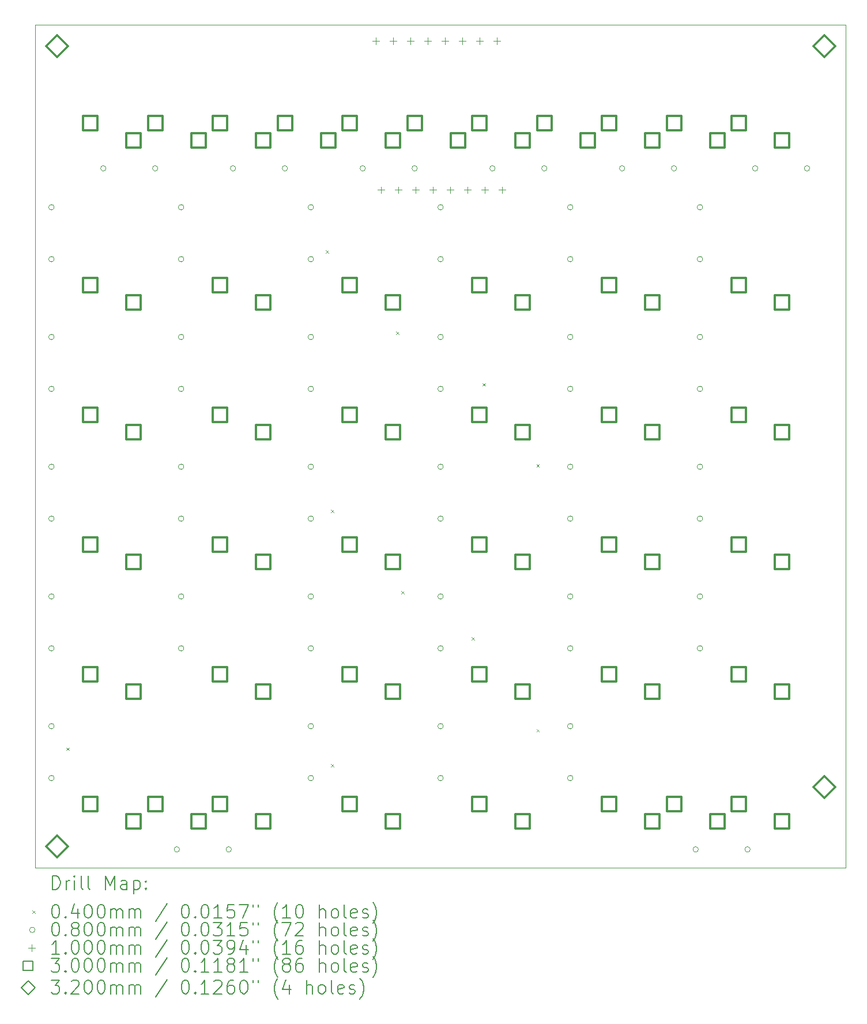
<source format=gbr>
%TF.GenerationSoftware,KiCad,Pcbnew,(6.0.9)*%
%TF.CreationDate,2022-12-06T20:11:09+01:00*%
%TF.ProjectId,tekskey-rounded-half,74656b73-6b65-4792-9d72-6f756e646564,rev?*%
%TF.SameCoordinates,Original*%
%TF.FileFunction,Drillmap*%
%TF.FilePolarity,Positive*%
%FSLAX45Y45*%
G04 Gerber Fmt 4.5, Leading zero omitted, Abs format (unit mm)*
G04 Created by KiCad (PCBNEW (6.0.9)) date 2022-12-06 20:11:09*
%MOMM*%
%LPD*%
G01*
G04 APERTURE LIST*
%ADD10C,0.100000*%
%ADD11C,0.200000*%
%ADD12C,0.040000*%
%ADD13C,0.080000*%
%ADD14C,0.300000*%
%ADD15C,0.320000*%
G04 APERTURE END LIST*
D10*
X4336320Y-3897806D02*
X16242570Y-3897806D01*
X16242570Y-3897806D02*
X16242570Y-16280306D01*
X16242570Y-16280306D02*
X4336320Y-16280306D01*
X4336320Y-16280306D02*
X4336320Y-3897806D01*
D11*
D12*
X4792570Y-14514056D02*
X4832570Y-14554056D01*
X4832570Y-14514056D02*
X4792570Y-14554056D01*
X8602570Y-7211556D02*
X8642570Y-7251556D01*
X8642570Y-7211556D02*
X8602570Y-7251556D01*
X8681945Y-11021556D02*
X8721945Y-11061556D01*
X8721945Y-11021556D02*
X8681945Y-11061556D01*
X8681945Y-14752181D02*
X8721945Y-14792181D01*
X8721945Y-14752181D02*
X8681945Y-14792181D01*
X9634445Y-8402181D02*
X9674445Y-8442181D01*
X9674445Y-8402181D02*
X9634445Y-8442181D01*
X9713820Y-12212181D02*
X9753820Y-12252181D01*
X9753820Y-12212181D02*
X9713820Y-12252181D01*
X10745220Y-12892715D02*
X10785220Y-12932715D01*
X10785220Y-12892715D02*
X10745220Y-12932715D01*
X10903970Y-9162090D02*
X10943970Y-9202090D01*
X10943970Y-9162090D02*
X10903970Y-9202090D01*
X11697720Y-10352715D02*
X11737720Y-10392715D01*
X11737720Y-10352715D02*
X11697720Y-10392715D01*
X11697720Y-14242090D02*
X11737720Y-14282090D01*
X11737720Y-14242090D02*
X11697720Y-14282090D01*
D13*
X4613970Y-6578590D02*
G75*
G03*
X4613970Y-6578590I-40000J0D01*
G01*
X4613970Y-7340590D02*
G75*
G03*
X4613970Y-7340590I-40000J0D01*
G01*
X4613970Y-8483590D02*
G75*
G03*
X4613970Y-8483590I-40000J0D01*
G01*
X4613970Y-9245590D02*
G75*
G03*
X4613970Y-9245590I-40000J0D01*
G01*
X4613970Y-10388590D02*
G75*
G03*
X4613970Y-10388590I-40000J0D01*
G01*
X4613970Y-11150590D02*
G75*
G03*
X4613970Y-11150590I-40000J0D01*
G01*
X4613970Y-12293590D02*
G75*
G03*
X4613970Y-12293590I-40000J0D01*
G01*
X4613970Y-13055590D02*
G75*
G03*
X4613970Y-13055590I-40000J0D01*
G01*
X4613970Y-14198590D02*
G75*
G03*
X4613970Y-14198590I-40000J0D01*
G01*
X4613970Y-14960590D02*
G75*
G03*
X4613970Y-14960590I-40000J0D01*
G01*
X5375970Y-6007090D02*
G75*
G03*
X5375970Y-6007090I-40000J0D01*
G01*
X6137970Y-6007090D02*
G75*
G03*
X6137970Y-6007090I-40000J0D01*
G01*
X6455470Y-16008340D02*
G75*
G03*
X6455470Y-16008340I-40000J0D01*
G01*
X6518970Y-6578590D02*
G75*
G03*
X6518970Y-6578590I-40000J0D01*
G01*
X6518970Y-7340590D02*
G75*
G03*
X6518970Y-7340590I-40000J0D01*
G01*
X6518970Y-8483590D02*
G75*
G03*
X6518970Y-8483590I-40000J0D01*
G01*
X6518970Y-9245590D02*
G75*
G03*
X6518970Y-9245590I-40000J0D01*
G01*
X6518970Y-10388590D02*
G75*
G03*
X6518970Y-10388590I-40000J0D01*
G01*
X6518970Y-11150590D02*
G75*
G03*
X6518970Y-11150590I-40000J0D01*
G01*
X6518970Y-12293590D02*
G75*
G03*
X6518970Y-12293590I-40000J0D01*
G01*
X6518970Y-13055590D02*
G75*
G03*
X6518970Y-13055590I-40000J0D01*
G01*
X7217470Y-16008340D02*
G75*
G03*
X7217470Y-16008340I-40000J0D01*
G01*
X7280970Y-6007090D02*
G75*
G03*
X7280970Y-6007090I-40000J0D01*
G01*
X8042970Y-6007090D02*
G75*
G03*
X8042970Y-6007090I-40000J0D01*
G01*
X8423970Y-6578590D02*
G75*
G03*
X8423970Y-6578590I-40000J0D01*
G01*
X8423970Y-7340590D02*
G75*
G03*
X8423970Y-7340590I-40000J0D01*
G01*
X8423970Y-8483590D02*
G75*
G03*
X8423970Y-8483590I-40000J0D01*
G01*
X8423970Y-9245590D02*
G75*
G03*
X8423970Y-9245590I-40000J0D01*
G01*
X8423970Y-10388590D02*
G75*
G03*
X8423970Y-10388590I-40000J0D01*
G01*
X8423970Y-11150590D02*
G75*
G03*
X8423970Y-11150590I-40000J0D01*
G01*
X8423970Y-12293590D02*
G75*
G03*
X8423970Y-12293590I-40000J0D01*
G01*
X8423970Y-13055590D02*
G75*
G03*
X8423970Y-13055590I-40000J0D01*
G01*
X8423970Y-14198590D02*
G75*
G03*
X8423970Y-14198590I-40000J0D01*
G01*
X8423970Y-14960590D02*
G75*
G03*
X8423970Y-14960590I-40000J0D01*
G01*
X9185970Y-6007090D02*
G75*
G03*
X9185970Y-6007090I-40000J0D01*
G01*
X9947970Y-6007090D02*
G75*
G03*
X9947970Y-6007090I-40000J0D01*
G01*
X10328970Y-6578590D02*
G75*
G03*
X10328970Y-6578590I-40000J0D01*
G01*
X10328970Y-7340590D02*
G75*
G03*
X10328970Y-7340590I-40000J0D01*
G01*
X10328970Y-8483590D02*
G75*
G03*
X10328970Y-8483590I-40000J0D01*
G01*
X10328970Y-9245590D02*
G75*
G03*
X10328970Y-9245590I-40000J0D01*
G01*
X10328970Y-10388590D02*
G75*
G03*
X10328970Y-10388590I-40000J0D01*
G01*
X10328970Y-11150590D02*
G75*
G03*
X10328970Y-11150590I-40000J0D01*
G01*
X10328970Y-12293590D02*
G75*
G03*
X10328970Y-12293590I-40000J0D01*
G01*
X10328970Y-13055590D02*
G75*
G03*
X10328970Y-13055590I-40000J0D01*
G01*
X10328970Y-14198590D02*
G75*
G03*
X10328970Y-14198590I-40000J0D01*
G01*
X10328970Y-14960590D02*
G75*
G03*
X10328970Y-14960590I-40000J0D01*
G01*
X11090970Y-6007090D02*
G75*
G03*
X11090970Y-6007090I-40000J0D01*
G01*
X11852970Y-6007090D02*
G75*
G03*
X11852970Y-6007090I-40000J0D01*
G01*
X12233970Y-6578590D02*
G75*
G03*
X12233970Y-6578590I-40000J0D01*
G01*
X12233970Y-7340590D02*
G75*
G03*
X12233970Y-7340590I-40000J0D01*
G01*
X12233970Y-8483590D02*
G75*
G03*
X12233970Y-8483590I-40000J0D01*
G01*
X12233970Y-9245590D02*
G75*
G03*
X12233970Y-9245590I-40000J0D01*
G01*
X12233970Y-10388590D02*
G75*
G03*
X12233970Y-10388590I-40000J0D01*
G01*
X12233970Y-11150590D02*
G75*
G03*
X12233970Y-11150590I-40000J0D01*
G01*
X12233970Y-12293590D02*
G75*
G03*
X12233970Y-12293590I-40000J0D01*
G01*
X12233970Y-13055590D02*
G75*
G03*
X12233970Y-13055590I-40000J0D01*
G01*
X12233970Y-14198590D02*
G75*
G03*
X12233970Y-14198590I-40000J0D01*
G01*
X12233970Y-14960590D02*
G75*
G03*
X12233970Y-14960590I-40000J0D01*
G01*
X12995970Y-6007090D02*
G75*
G03*
X12995970Y-6007090I-40000J0D01*
G01*
X13757970Y-6007090D02*
G75*
G03*
X13757970Y-6007090I-40000J0D01*
G01*
X14075470Y-16008340D02*
G75*
G03*
X14075470Y-16008340I-40000J0D01*
G01*
X14138970Y-6578590D02*
G75*
G03*
X14138970Y-6578590I-40000J0D01*
G01*
X14138970Y-7340590D02*
G75*
G03*
X14138970Y-7340590I-40000J0D01*
G01*
X14138970Y-8483590D02*
G75*
G03*
X14138970Y-8483590I-40000J0D01*
G01*
X14138970Y-9245590D02*
G75*
G03*
X14138970Y-9245590I-40000J0D01*
G01*
X14138970Y-10388590D02*
G75*
G03*
X14138970Y-10388590I-40000J0D01*
G01*
X14138970Y-11150590D02*
G75*
G03*
X14138970Y-11150590I-40000J0D01*
G01*
X14138970Y-12293590D02*
G75*
G03*
X14138970Y-12293590I-40000J0D01*
G01*
X14138970Y-13055590D02*
G75*
G03*
X14138970Y-13055590I-40000J0D01*
G01*
X14837470Y-16008340D02*
G75*
G03*
X14837470Y-16008340I-40000J0D01*
G01*
X14948595Y-6007090D02*
G75*
G03*
X14948595Y-6007090I-40000J0D01*
G01*
X15710595Y-6007090D02*
G75*
G03*
X15710595Y-6007090I-40000J0D01*
G01*
D10*
X9336470Y-4085931D02*
X9336470Y-4185931D01*
X9286470Y-4135931D02*
X9386470Y-4135931D01*
X9415845Y-6274590D02*
X9415845Y-6374590D01*
X9365845Y-6324590D02*
X9465845Y-6324590D01*
X9590470Y-4085931D02*
X9590470Y-4185931D01*
X9540470Y-4135931D02*
X9640470Y-4135931D01*
X9669845Y-6274590D02*
X9669845Y-6374590D01*
X9619845Y-6324590D02*
X9719845Y-6324590D01*
X9844470Y-4085931D02*
X9844470Y-4185931D01*
X9794470Y-4135931D02*
X9894470Y-4135931D01*
X9923845Y-6274590D02*
X9923845Y-6374590D01*
X9873845Y-6324590D02*
X9973845Y-6324590D01*
X10098470Y-4085931D02*
X10098470Y-4185931D01*
X10048470Y-4135931D02*
X10148470Y-4135931D01*
X10177845Y-6274590D02*
X10177845Y-6374590D01*
X10127845Y-6324590D02*
X10227845Y-6324590D01*
X10352470Y-4085931D02*
X10352470Y-4185931D01*
X10302470Y-4135931D02*
X10402470Y-4135931D01*
X10431845Y-6274590D02*
X10431845Y-6374590D01*
X10381845Y-6324590D02*
X10481845Y-6324590D01*
X10606470Y-4085931D02*
X10606470Y-4185931D01*
X10556470Y-4135931D02*
X10656470Y-4135931D01*
X10685845Y-6274590D02*
X10685845Y-6374590D01*
X10635845Y-6324590D02*
X10735845Y-6324590D01*
X10860470Y-4085931D02*
X10860470Y-4185931D01*
X10810470Y-4135931D02*
X10910470Y-4135931D01*
X10939845Y-6274590D02*
X10939845Y-6374590D01*
X10889845Y-6324590D02*
X10989845Y-6324590D01*
X11114470Y-4085931D02*
X11114470Y-4185931D01*
X11064470Y-4135931D02*
X11164470Y-4135931D01*
X11193845Y-6274590D02*
X11193845Y-6374590D01*
X11143845Y-6324590D02*
X11243845Y-6324590D01*
D14*
X5251537Y-5446407D02*
X5251537Y-5234273D01*
X5039403Y-5234273D01*
X5039403Y-5446407D01*
X5251537Y-5446407D01*
X5251537Y-7827657D02*
X5251537Y-7615523D01*
X5039403Y-7615523D01*
X5039403Y-7827657D01*
X5251537Y-7827657D01*
X5251537Y-9732657D02*
X5251537Y-9520523D01*
X5039403Y-9520523D01*
X5039403Y-9732657D01*
X5251537Y-9732657D01*
X5251537Y-11637657D02*
X5251537Y-11425523D01*
X5039403Y-11425523D01*
X5039403Y-11637657D01*
X5251537Y-11637657D01*
X5251537Y-13542657D02*
X5251537Y-13330523D01*
X5039403Y-13330523D01*
X5039403Y-13542657D01*
X5251537Y-13542657D01*
X5251537Y-15447657D02*
X5251537Y-15235523D01*
X5039403Y-15235523D01*
X5039403Y-15447657D01*
X5251537Y-15447657D01*
X5886537Y-5700407D02*
X5886537Y-5488273D01*
X5674403Y-5488273D01*
X5674403Y-5700407D01*
X5886537Y-5700407D01*
X5886537Y-8081657D02*
X5886537Y-7869523D01*
X5674403Y-7869523D01*
X5674403Y-8081657D01*
X5886537Y-8081657D01*
X5886537Y-9986657D02*
X5886537Y-9774523D01*
X5674403Y-9774523D01*
X5674403Y-9986657D01*
X5886537Y-9986657D01*
X5886537Y-11891657D02*
X5886537Y-11679523D01*
X5674403Y-11679523D01*
X5674403Y-11891657D01*
X5886537Y-11891657D01*
X5886537Y-13796657D02*
X5886537Y-13584523D01*
X5674403Y-13584523D01*
X5674403Y-13796657D01*
X5886537Y-13796657D01*
X5886537Y-15701657D02*
X5886537Y-15489523D01*
X5674403Y-15489523D01*
X5674403Y-15701657D01*
X5886537Y-15701657D01*
X6204037Y-5446407D02*
X6204037Y-5234273D01*
X5991903Y-5234273D01*
X5991903Y-5446407D01*
X6204037Y-5446407D01*
X6204037Y-15447657D02*
X6204037Y-15235523D01*
X5991903Y-15235523D01*
X5991903Y-15447657D01*
X6204037Y-15447657D01*
X6839037Y-5700407D02*
X6839037Y-5488273D01*
X6626903Y-5488273D01*
X6626903Y-5700407D01*
X6839037Y-5700407D01*
X6839037Y-15701657D02*
X6839037Y-15489523D01*
X6626903Y-15489523D01*
X6626903Y-15701657D01*
X6839037Y-15701657D01*
X7156537Y-5446407D02*
X7156537Y-5234273D01*
X6944403Y-5234273D01*
X6944403Y-5446407D01*
X7156537Y-5446407D01*
X7156537Y-7827657D02*
X7156537Y-7615523D01*
X6944403Y-7615523D01*
X6944403Y-7827657D01*
X7156537Y-7827657D01*
X7156537Y-9732657D02*
X7156537Y-9520523D01*
X6944403Y-9520523D01*
X6944403Y-9732657D01*
X7156537Y-9732657D01*
X7156537Y-11637657D02*
X7156537Y-11425523D01*
X6944403Y-11425523D01*
X6944403Y-11637657D01*
X7156537Y-11637657D01*
X7156537Y-13542657D02*
X7156537Y-13330523D01*
X6944403Y-13330523D01*
X6944403Y-13542657D01*
X7156537Y-13542657D01*
X7156537Y-15447657D02*
X7156537Y-15235523D01*
X6944403Y-15235523D01*
X6944403Y-15447657D01*
X7156537Y-15447657D01*
X7791537Y-5700407D02*
X7791537Y-5488273D01*
X7579403Y-5488273D01*
X7579403Y-5700407D01*
X7791537Y-5700407D01*
X7791537Y-8081657D02*
X7791537Y-7869523D01*
X7579403Y-7869523D01*
X7579403Y-8081657D01*
X7791537Y-8081657D01*
X7791537Y-9986657D02*
X7791537Y-9774523D01*
X7579403Y-9774523D01*
X7579403Y-9986657D01*
X7791537Y-9986657D01*
X7791537Y-11891657D02*
X7791537Y-11679523D01*
X7579403Y-11679523D01*
X7579403Y-11891657D01*
X7791537Y-11891657D01*
X7791537Y-13796657D02*
X7791537Y-13584523D01*
X7579403Y-13584523D01*
X7579403Y-13796657D01*
X7791537Y-13796657D01*
X7791537Y-15701657D02*
X7791537Y-15489523D01*
X7579403Y-15489523D01*
X7579403Y-15701657D01*
X7791537Y-15701657D01*
X8109037Y-5446407D02*
X8109037Y-5234273D01*
X7896903Y-5234273D01*
X7896903Y-5446407D01*
X8109037Y-5446407D01*
X8744037Y-5700407D02*
X8744037Y-5488273D01*
X8531903Y-5488273D01*
X8531903Y-5700407D01*
X8744037Y-5700407D01*
X9061537Y-5446407D02*
X9061537Y-5234273D01*
X8849403Y-5234273D01*
X8849403Y-5446407D01*
X9061537Y-5446407D01*
X9061537Y-7827657D02*
X9061537Y-7615523D01*
X8849403Y-7615523D01*
X8849403Y-7827657D01*
X9061537Y-7827657D01*
X9061537Y-9732657D02*
X9061537Y-9520523D01*
X8849403Y-9520523D01*
X8849403Y-9732657D01*
X9061537Y-9732657D01*
X9061537Y-11637657D02*
X9061537Y-11425523D01*
X8849403Y-11425523D01*
X8849403Y-11637657D01*
X9061537Y-11637657D01*
X9061537Y-13542657D02*
X9061537Y-13330523D01*
X8849403Y-13330523D01*
X8849403Y-13542657D01*
X9061537Y-13542657D01*
X9061537Y-15447657D02*
X9061537Y-15235523D01*
X8849403Y-15235523D01*
X8849403Y-15447657D01*
X9061537Y-15447657D01*
X9696537Y-5700407D02*
X9696537Y-5488273D01*
X9484403Y-5488273D01*
X9484403Y-5700407D01*
X9696537Y-5700407D01*
X9696537Y-8081657D02*
X9696537Y-7869523D01*
X9484403Y-7869523D01*
X9484403Y-8081657D01*
X9696537Y-8081657D01*
X9696537Y-9986657D02*
X9696537Y-9774523D01*
X9484403Y-9774523D01*
X9484403Y-9986657D01*
X9696537Y-9986657D01*
X9696537Y-11891657D02*
X9696537Y-11679523D01*
X9484403Y-11679523D01*
X9484403Y-11891657D01*
X9696537Y-11891657D01*
X9696537Y-13796657D02*
X9696537Y-13584523D01*
X9484403Y-13584523D01*
X9484403Y-13796657D01*
X9696537Y-13796657D01*
X9696537Y-15701657D02*
X9696537Y-15489523D01*
X9484403Y-15489523D01*
X9484403Y-15701657D01*
X9696537Y-15701657D01*
X10014037Y-5446407D02*
X10014037Y-5234273D01*
X9801903Y-5234273D01*
X9801903Y-5446407D01*
X10014037Y-5446407D01*
X10649037Y-5700407D02*
X10649037Y-5488273D01*
X10436903Y-5488273D01*
X10436903Y-5700407D01*
X10649037Y-5700407D01*
X10966537Y-5446407D02*
X10966537Y-5234273D01*
X10754403Y-5234273D01*
X10754403Y-5446407D01*
X10966537Y-5446407D01*
X10966537Y-7827657D02*
X10966537Y-7615523D01*
X10754403Y-7615523D01*
X10754403Y-7827657D01*
X10966537Y-7827657D01*
X10966537Y-9732657D02*
X10966537Y-9520523D01*
X10754403Y-9520523D01*
X10754403Y-9732657D01*
X10966537Y-9732657D01*
X10966537Y-11637657D02*
X10966537Y-11425523D01*
X10754403Y-11425523D01*
X10754403Y-11637657D01*
X10966537Y-11637657D01*
X10966537Y-13542657D02*
X10966537Y-13330523D01*
X10754403Y-13330523D01*
X10754403Y-13542657D01*
X10966537Y-13542657D01*
X10966537Y-15447657D02*
X10966537Y-15235523D01*
X10754403Y-15235523D01*
X10754403Y-15447657D01*
X10966537Y-15447657D01*
X11601537Y-5700407D02*
X11601537Y-5488273D01*
X11389403Y-5488273D01*
X11389403Y-5700407D01*
X11601537Y-5700407D01*
X11601537Y-8081657D02*
X11601537Y-7869523D01*
X11389403Y-7869523D01*
X11389403Y-8081657D01*
X11601537Y-8081657D01*
X11601537Y-9986657D02*
X11601537Y-9774523D01*
X11389403Y-9774523D01*
X11389403Y-9986657D01*
X11601537Y-9986657D01*
X11601537Y-11891657D02*
X11601537Y-11679523D01*
X11389403Y-11679523D01*
X11389403Y-11891657D01*
X11601537Y-11891657D01*
X11601537Y-13796657D02*
X11601537Y-13584523D01*
X11389403Y-13584523D01*
X11389403Y-13796657D01*
X11601537Y-13796657D01*
X11601537Y-15701657D02*
X11601537Y-15489523D01*
X11389403Y-15489523D01*
X11389403Y-15701657D01*
X11601537Y-15701657D01*
X11919037Y-5446407D02*
X11919037Y-5234273D01*
X11706903Y-5234273D01*
X11706903Y-5446407D01*
X11919037Y-5446407D01*
X12554037Y-5700407D02*
X12554037Y-5488273D01*
X12341903Y-5488273D01*
X12341903Y-5700407D01*
X12554037Y-5700407D01*
X12871537Y-5446407D02*
X12871537Y-5234273D01*
X12659403Y-5234273D01*
X12659403Y-5446407D01*
X12871537Y-5446407D01*
X12871537Y-7827657D02*
X12871537Y-7615523D01*
X12659403Y-7615523D01*
X12659403Y-7827657D01*
X12871537Y-7827657D01*
X12871537Y-9732657D02*
X12871537Y-9520523D01*
X12659403Y-9520523D01*
X12659403Y-9732657D01*
X12871537Y-9732657D01*
X12871537Y-11637657D02*
X12871537Y-11425523D01*
X12659403Y-11425523D01*
X12659403Y-11637657D01*
X12871537Y-11637657D01*
X12871537Y-13542657D02*
X12871537Y-13330523D01*
X12659403Y-13330523D01*
X12659403Y-13542657D01*
X12871537Y-13542657D01*
X12871537Y-15447657D02*
X12871537Y-15235523D01*
X12659403Y-15235523D01*
X12659403Y-15447657D01*
X12871537Y-15447657D01*
X13506537Y-5700407D02*
X13506537Y-5488273D01*
X13294403Y-5488273D01*
X13294403Y-5700407D01*
X13506537Y-5700407D01*
X13506537Y-8081657D02*
X13506537Y-7869523D01*
X13294403Y-7869523D01*
X13294403Y-8081657D01*
X13506537Y-8081657D01*
X13506537Y-9986657D02*
X13506537Y-9774523D01*
X13294403Y-9774523D01*
X13294403Y-9986657D01*
X13506537Y-9986657D01*
X13506537Y-11891657D02*
X13506537Y-11679523D01*
X13294403Y-11679523D01*
X13294403Y-11891657D01*
X13506537Y-11891657D01*
X13506537Y-13796657D02*
X13506537Y-13584523D01*
X13294403Y-13584523D01*
X13294403Y-13796657D01*
X13506537Y-13796657D01*
X13506537Y-15701657D02*
X13506537Y-15489523D01*
X13294403Y-15489523D01*
X13294403Y-15701657D01*
X13506537Y-15701657D01*
X13824037Y-5446407D02*
X13824037Y-5234273D01*
X13611903Y-5234273D01*
X13611903Y-5446407D01*
X13824037Y-5446407D01*
X13824037Y-15447657D02*
X13824037Y-15235523D01*
X13611903Y-15235523D01*
X13611903Y-15447657D01*
X13824037Y-15447657D01*
X14459037Y-5700407D02*
X14459037Y-5488273D01*
X14246903Y-5488273D01*
X14246903Y-5700407D01*
X14459037Y-5700407D01*
X14459037Y-15701657D02*
X14459037Y-15489523D01*
X14246903Y-15489523D01*
X14246903Y-15701657D01*
X14459037Y-15701657D01*
X14776537Y-5446407D02*
X14776537Y-5234273D01*
X14564403Y-5234273D01*
X14564403Y-5446407D01*
X14776537Y-5446407D01*
X14776537Y-7827657D02*
X14776537Y-7615523D01*
X14564403Y-7615523D01*
X14564403Y-7827657D01*
X14776537Y-7827657D01*
X14776537Y-9732657D02*
X14776537Y-9520523D01*
X14564403Y-9520523D01*
X14564403Y-9732657D01*
X14776537Y-9732657D01*
X14776537Y-11637657D02*
X14776537Y-11425523D01*
X14564403Y-11425523D01*
X14564403Y-11637657D01*
X14776537Y-11637657D01*
X14776537Y-13542657D02*
X14776537Y-13330523D01*
X14564403Y-13330523D01*
X14564403Y-13542657D01*
X14776537Y-13542657D01*
X14776537Y-15447657D02*
X14776537Y-15235523D01*
X14564403Y-15235523D01*
X14564403Y-15447657D01*
X14776537Y-15447657D01*
X15411537Y-5700407D02*
X15411537Y-5488273D01*
X15199403Y-5488273D01*
X15199403Y-5700407D01*
X15411537Y-5700407D01*
X15411537Y-8081657D02*
X15411537Y-7869523D01*
X15199403Y-7869523D01*
X15199403Y-8081657D01*
X15411537Y-8081657D01*
X15411537Y-9986657D02*
X15411537Y-9774523D01*
X15199403Y-9774523D01*
X15199403Y-9986657D01*
X15411537Y-9986657D01*
X15411537Y-11891657D02*
X15411537Y-11679523D01*
X15199403Y-11679523D01*
X15199403Y-11891657D01*
X15411537Y-11891657D01*
X15411537Y-13796657D02*
X15411537Y-13584523D01*
X15199403Y-13584523D01*
X15199403Y-13796657D01*
X15411537Y-13796657D01*
X15411537Y-15701657D02*
X15411537Y-15489523D01*
X15199403Y-15489523D01*
X15199403Y-15701657D01*
X15411537Y-15701657D01*
D15*
X4653820Y-4375306D02*
X4813820Y-4215306D01*
X4653820Y-4055306D01*
X4493820Y-4215306D01*
X4653820Y-4375306D01*
X4653820Y-16122806D02*
X4813820Y-15962806D01*
X4653820Y-15802806D01*
X4493820Y-15962806D01*
X4653820Y-16122806D01*
X15925070Y-4375306D02*
X16085070Y-4215306D01*
X15925070Y-4055306D01*
X15765070Y-4215306D01*
X15925070Y-4375306D01*
X15925070Y-15249681D02*
X16085070Y-15089681D01*
X15925070Y-14929681D01*
X15765070Y-15089681D01*
X15925070Y-15249681D01*
D11*
X4588939Y-16595782D02*
X4588939Y-16395782D01*
X4636558Y-16395782D01*
X4665130Y-16405306D01*
X4684177Y-16424354D01*
X4693701Y-16443401D01*
X4703225Y-16481496D01*
X4703225Y-16510068D01*
X4693701Y-16548163D01*
X4684177Y-16567211D01*
X4665130Y-16586258D01*
X4636558Y-16595782D01*
X4588939Y-16595782D01*
X4788939Y-16595782D02*
X4788939Y-16462449D01*
X4788939Y-16500544D02*
X4798463Y-16481496D01*
X4807987Y-16471973D01*
X4827034Y-16462449D01*
X4846082Y-16462449D01*
X4912749Y-16595782D02*
X4912749Y-16462449D01*
X4912749Y-16395782D02*
X4903225Y-16405306D01*
X4912749Y-16414830D01*
X4922273Y-16405306D01*
X4912749Y-16395782D01*
X4912749Y-16414830D01*
X5036558Y-16595782D02*
X5017511Y-16586258D01*
X5007987Y-16567211D01*
X5007987Y-16395782D01*
X5141320Y-16595782D02*
X5122273Y-16586258D01*
X5112749Y-16567211D01*
X5112749Y-16395782D01*
X5369892Y-16595782D02*
X5369892Y-16395782D01*
X5436558Y-16538639D01*
X5503225Y-16395782D01*
X5503225Y-16595782D01*
X5684177Y-16595782D02*
X5684177Y-16491020D01*
X5674653Y-16471973D01*
X5655606Y-16462449D01*
X5617511Y-16462449D01*
X5598463Y-16471973D01*
X5684177Y-16586258D02*
X5665130Y-16595782D01*
X5617511Y-16595782D01*
X5598463Y-16586258D01*
X5588939Y-16567211D01*
X5588939Y-16548163D01*
X5598463Y-16529115D01*
X5617511Y-16519592D01*
X5665130Y-16519592D01*
X5684177Y-16510068D01*
X5779415Y-16462449D02*
X5779415Y-16662449D01*
X5779415Y-16471973D02*
X5798463Y-16462449D01*
X5836558Y-16462449D01*
X5855606Y-16471973D01*
X5865130Y-16481496D01*
X5874653Y-16500544D01*
X5874653Y-16557687D01*
X5865130Y-16576734D01*
X5855606Y-16586258D01*
X5836558Y-16595782D01*
X5798463Y-16595782D01*
X5779415Y-16586258D01*
X5960368Y-16576734D02*
X5969892Y-16586258D01*
X5960368Y-16595782D01*
X5950844Y-16586258D01*
X5960368Y-16576734D01*
X5960368Y-16595782D01*
X5960368Y-16471973D02*
X5969892Y-16481496D01*
X5960368Y-16491020D01*
X5950844Y-16481496D01*
X5960368Y-16471973D01*
X5960368Y-16491020D01*
D12*
X4291320Y-16905306D02*
X4331320Y-16945306D01*
X4331320Y-16905306D02*
X4291320Y-16945306D01*
D11*
X4627034Y-16815782D02*
X4646082Y-16815782D01*
X4665130Y-16825306D01*
X4674654Y-16834830D01*
X4684177Y-16853877D01*
X4693701Y-16891973D01*
X4693701Y-16939592D01*
X4684177Y-16977687D01*
X4674654Y-16996735D01*
X4665130Y-17006258D01*
X4646082Y-17015782D01*
X4627034Y-17015782D01*
X4607987Y-17006258D01*
X4598463Y-16996735D01*
X4588939Y-16977687D01*
X4579415Y-16939592D01*
X4579415Y-16891973D01*
X4588939Y-16853877D01*
X4598463Y-16834830D01*
X4607987Y-16825306D01*
X4627034Y-16815782D01*
X4779415Y-16996735D02*
X4788939Y-17006258D01*
X4779415Y-17015782D01*
X4769892Y-17006258D01*
X4779415Y-16996735D01*
X4779415Y-17015782D01*
X4960368Y-16882449D02*
X4960368Y-17015782D01*
X4912749Y-16806258D02*
X4865130Y-16949116D01*
X4988939Y-16949116D01*
X5103225Y-16815782D02*
X5122273Y-16815782D01*
X5141320Y-16825306D01*
X5150844Y-16834830D01*
X5160368Y-16853877D01*
X5169892Y-16891973D01*
X5169892Y-16939592D01*
X5160368Y-16977687D01*
X5150844Y-16996735D01*
X5141320Y-17006258D01*
X5122273Y-17015782D01*
X5103225Y-17015782D01*
X5084177Y-17006258D01*
X5074654Y-16996735D01*
X5065130Y-16977687D01*
X5055606Y-16939592D01*
X5055606Y-16891973D01*
X5065130Y-16853877D01*
X5074654Y-16834830D01*
X5084177Y-16825306D01*
X5103225Y-16815782D01*
X5293701Y-16815782D02*
X5312749Y-16815782D01*
X5331796Y-16825306D01*
X5341320Y-16834830D01*
X5350844Y-16853877D01*
X5360368Y-16891973D01*
X5360368Y-16939592D01*
X5350844Y-16977687D01*
X5341320Y-16996735D01*
X5331796Y-17006258D01*
X5312749Y-17015782D01*
X5293701Y-17015782D01*
X5274654Y-17006258D01*
X5265130Y-16996735D01*
X5255606Y-16977687D01*
X5246082Y-16939592D01*
X5246082Y-16891973D01*
X5255606Y-16853877D01*
X5265130Y-16834830D01*
X5274654Y-16825306D01*
X5293701Y-16815782D01*
X5446082Y-17015782D02*
X5446082Y-16882449D01*
X5446082Y-16901496D02*
X5455606Y-16891973D01*
X5474654Y-16882449D01*
X5503225Y-16882449D01*
X5522273Y-16891973D01*
X5531796Y-16911020D01*
X5531796Y-17015782D01*
X5531796Y-16911020D02*
X5541320Y-16891973D01*
X5560368Y-16882449D01*
X5588939Y-16882449D01*
X5607987Y-16891973D01*
X5617511Y-16911020D01*
X5617511Y-17015782D01*
X5712749Y-17015782D02*
X5712749Y-16882449D01*
X5712749Y-16901496D02*
X5722272Y-16891973D01*
X5741320Y-16882449D01*
X5769892Y-16882449D01*
X5788939Y-16891973D01*
X5798463Y-16911020D01*
X5798463Y-17015782D01*
X5798463Y-16911020D02*
X5807987Y-16891973D01*
X5827034Y-16882449D01*
X5855606Y-16882449D01*
X5874653Y-16891973D01*
X5884177Y-16911020D01*
X5884177Y-17015782D01*
X6274653Y-16806258D02*
X6103225Y-17063401D01*
X6531796Y-16815782D02*
X6550844Y-16815782D01*
X6569892Y-16825306D01*
X6579415Y-16834830D01*
X6588939Y-16853877D01*
X6598463Y-16891973D01*
X6598463Y-16939592D01*
X6588939Y-16977687D01*
X6579415Y-16996735D01*
X6569892Y-17006258D01*
X6550844Y-17015782D01*
X6531796Y-17015782D01*
X6512749Y-17006258D01*
X6503225Y-16996735D01*
X6493701Y-16977687D01*
X6484177Y-16939592D01*
X6484177Y-16891973D01*
X6493701Y-16853877D01*
X6503225Y-16834830D01*
X6512749Y-16825306D01*
X6531796Y-16815782D01*
X6684177Y-16996735D02*
X6693701Y-17006258D01*
X6684177Y-17015782D01*
X6674653Y-17006258D01*
X6684177Y-16996735D01*
X6684177Y-17015782D01*
X6817511Y-16815782D02*
X6836558Y-16815782D01*
X6855606Y-16825306D01*
X6865130Y-16834830D01*
X6874653Y-16853877D01*
X6884177Y-16891973D01*
X6884177Y-16939592D01*
X6874653Y-16977687D01*
X6865130Y-16996735D01*
X6855606Y-17006258D01*
X6836558Y-17015782D01*
X6817511Y-17015782D01*
X6798463Y-17006258D01*
X6788939Y-16996735D01*
X6779415Y-16977687D01*
X6769892Y-16939592D01*
X6769892Y-16891973D01*
X6779415Y-16853877D01*
X6788939Y-16834830D01*
X6798463Y-16825306D01*
X6817511Y-16815782D01*
X7074653Y-17015782D02*
X6960368Y-17015782D01*
X7017511Y-17015782D02*
X7017511Y-16815782D01*
X6998463Y-16844354D01*
X6979415Y-16863401D01*
X6960368Y-16872925D01*
X7255606Y-16815782D02*
X7160368Y-16815782D01*
X7150844Y-16911020D01*
X7160368Y-16901496D01*
X7179415Y-16891973D01*
X7227034Y-16891973D01*
X7246082Y-16901496D01*
X7255606Y-16911020D01*
X7265130Y-16930068D01*
X7265130Y-16977687D01*
X7255606Y-16996735D01*
X7246082Y-17006258D01*
X7227034Y-17015782D01*
X7179415Y-17015782D01*
X7160368Y-17006258D01*
X7150844Y-16996735D01*
X7331796Y-16815782D02*
X7465130Y-16815782D01*
X7379415Y-17015782D01*
X7531796Y-16815782D02*
X7531796Y-16853877D01*
X7607987Y-16815782D02*
X7607987Y-16853877D01*
X7903225Y-17091973D02*
X7893701Y-17082449D01*
X7874653Y-17053877D01*
X7865130Y-17034830D01*
X7855606Y-17006258D01*
X7846082Y-16958639D01*
X7846082Y-16920544D01*
X7855606Y-16872925D01*
X7865130Y-16844354D01*
X7874653Y-16825306D01*
X7893701Y-16796735D01*
X7903225Y-16787211D01*
X8084177Y-17015782D02*
X7969892Y-17015782D01*
X8027034Y-17015782D02*
X8027034Y-16815782D01*
X8007987Y-16844354D01*
X7988939Y-16863401D01*
X7969892Y-16872925D01*
X8207987Y-16815782D02*
X8227034Y-16815782D01*
X8246082Y-16825306D01*
X8255606Y-16834830D01*
X8265130Y-16853877D01*
X8274653Y-16891973D01*
X8274653Y-16939592D01*
X8265130Y-16977687D01*
X8255606Y-16996735D01*
X8246082Y-17006258D01*
X8227034Y-17015782D01*
X8207987Y-17015782D01*
X8188939Y-17006258D01*
X8179415Y-16996735D01*
X8169892Y-16977687D01*
X8160368Y-16939592D01*
X8160368Y-16891973D01*
X8169892Y-16853877D01*
X8179415Y-16834830D01*
X8188939Y-16825306D01*
X8207987Y-16815782D01*
X8512749Y-17015782D02*
X8512749Y-16815782D01*
X8598463Y-17015782D02*
X8598463Y-16911020D01*
X8588939Y-16891973D01*
X8569892Y-16882449D01*
X8541320Y-16882449D01*
X8522273Y-16891973D01*
X8512749Y-16901496D01*
X8722273Y-17015782D02*
X8703225Y-17006258D01*
X8693701Y-16996735D01*
X8684177Y-16977687D01*
X8684177Y-16920544D01*
X8693701Y-16901496D01*
X8703225Y-16891973D01*
X8722273Y-16882449D01*
X8750844Y-16882449D01*
X8769892Y-16891973D01*
X8779415Y-16901496D01*
X8788939Y-16920544D01*
X8788939Y-16977687D01*
X8779415Y-16996735D01*
X8769892Y-17006258D01*
X8750844Y-17015782D01*
X8722273Y-17015782D01*
X8903225Y-17015782D02*
X8884177Y-17006258D01*
X8874654Y-16987211D01*
X8874654Y-16815782D01*
X9055606Y-17006258D02*
X9036558Y-17015782D01*
X8998463Y-17015782D01*
X8979415Y-17006258D01*
X8969892Y-16987211D01*
X8969892Y-16911020D01*
X8979415Y-16891973D01*
X8998463Y-16882449D01*
X9036558Y-16882449D01*
X9055606Y-16891973D01*
X9065130Y-16911020D01*
X9065130Y-16930068D01*
X8969892Y-16949116D01*
X9141320Y-17006258D02*
X9160368Y-17015782D01*
X9198463Y-17015782D01*
X9217511Y-17006258D01*
X9227034Y-16987211D01*
X9227034Y-16977687D01*
X9217511Y-16958639D01*
X9198463Y-16949116D01*
X9169892Y-16949116D01*
X9150844Y-16939592D01*
X9141320Y-16920544D01*
X9141320Y-16911020D01*
X9150844Y-16891973D01*
X9169892Y-16882449D01*
X9198463Y-16882449D01*
X9217511Y-16891973D01*
X9293701Y-17091973D02*
X9303225Y-17082449D01*
X9322273Y-17053877D01*
X9331796Y-17034830D01*
X9341320Y-17006258D01*
X9350844Y-16958639D01*
X9350844Y-16920544D01*
X9341320Y-16872925D01*
X9331796Y-16844354D01*
X9322273Y-16825306D01*
X9303225Y-16796735D01*
X9293701Y-16787211D01*
D13*
X4331320Y-17189306D02*
G75*
G03*
X4331320Y-17189306I-40000J0D01*
G01*
D11*
X4627034Y-17079782D02*
X4646082Y-17079782D01*
X4665130Y-17089306D01*
X4674654Y-17098830D01*
X4684177Y-17117877D01*
X4693701Y-17155973D01*
X4693701Y-17203592D01*
X4684177Y-17241687D01*
X4674654Y-17260735D01*
X4665130Y-17270258D01*
X4646082Y-17279782D01*
X4627034Y-17279782D01*
X4607987Y-17270258D01*
X4598463Y-17260735D01*
X4588939Y-17241687D01*
X4579415Y-17203592D01*
X4579415Y-17155973D01*
X4588939Y-17117877D01*
X4598463Y-17098830D01*
X4607987Y-17089306D01*
X4627034Y-17079782D01*
X4779415Y-17260735D02*
X4788939Y-17270258D01*
X4779415Y-17279782D01*
X4769892Y-17270258D01*
X4779415Y-17260735D01*
X4779415Y-17279782D01*
X4903225Y-17165496D02*
X4884177Y-17155973D01*
X4874654Y-17146449D01*
X4865130Y-17127401D01*
X4865130Y-17117877D01*
X4874654Y-17098830D01*
X4884177Y-17089306D01*
X4903225Y-17079782D01*
X4941320Y-17079782D01*
X4960368Y-17089306D01*
X4969892Y-17098830D01*
X4979415Y-17117877D01*
X4979415Y-17127401D01*
X4969892Y-17146449D01*
X4960368Y-17155973D01*
X4941320Y-17165496D01*
X4903225Y-17165496D01*
X4884177Y-17175020D01*
X4874654Y-17184544D01*
X4865130Y-17203592D01*
X4865130Y-17241687D01*
X4874654Y-17260735D01*
X4884177Y-17270258D01*
X4903225Y-17279782D01*
X4941320Y-17279782D01*
X4960368Y-17270258D01*
X4969892Y-17260735D01*
X4979415Y-17241687D01*
X4979415Y-17203592D01*
X4969892Y-17184544D01*
X4960368Y-17175020D01*
X4941320Y-17165496D01*
X5103225Y-17079782D02*
X5122273Y-17079782D01*
X5141320Y-17089306D01*
X5150844Y-17098830D01*
X5160368Y-17117877D01*
X5169892Y-17155973D01*
X5169892Y-17203592D01*
X5160368Y-17241687D01*
X5150844Y-17260735D01*
X5141320Y-17270258D01*
X5122273Y-17279782D01*
X5103225Y-17279782D01*
X5084177Y-17270258D01*
X5074654Y-17260735D01*
X5065130Y-17241687D01*
X5055606Y-17203592D01*
X5055606Y-17155973D01*
X5065130Y-17117877D01*
X5074654Y-17098830D01*
X5084177Y-17089306D01*
X5103225Y-17079782D01*
X5293701Y-17079782D02*
X5312749Y-17079782D01*
X5331796Y-17089306D01*
X5341320Y-17098830D01*
X5350844Y-17117877D01*
X5360368Y-17155973D01*
X5360368Y-17203592D01*
X5350844Y-17241687D01*
X5341320Y-17260735D01*
X5331796Y-17270258D01*
X5312749Y-17279782D01*
X5293701Y-17279782D01*
X5274654Y-17270258D01*
X5265130Y-17260735D01*
X5255606Y-17241687D01*
X5246082Y-17203592D01*
X5246082Y-17155973D01*
X5255606Y-17117877D01*
X5265130Y-17098830D01*
X5274654Y-17089306D01*
X5293701Y-17079782D01*
X5446082Y-17279782D02*
X5446082Y-17146449D01*
X5446082Y-17165496D02*
X5455606Y-17155973D01*
X5474654Y-17146449D01*
X5503225Y-17146449D01*
X5522273Y-17155973D01*
X5531796Y-17175020D01*
X5531796Y-17279782D01*
X5531796Y-17175020D02*
X5541320Y-17155973D01*
X5560368Y-17146449D01*
X5588939Y-17146449D01*
X5607987Y-17155973D01*
X5617511Y-17175020D01*
X5617511Y-17279782D01*
X5712749Y-17279782D02*
X5712749Y-17146449D01*
X5712749Y-17165496D02*
X5722272Y-17155973D01*
X5741320Y-17146449D01*
X5769892Y-17146449D01*
X5788939Y-17155973D01*
X5798463Y-17175020D01*
X5798463Y-17279782D01*
X5798463Y-17175020D02*
X5807987Y-17155973D01*
X5827034Y-17146449D01*
X5855606Y-17146449D01*
X5874653Y-17155973D01*
X5884177Y-17175020D01*
X5884177Y-17279782D01*
X6274653Y-17070258D02*
X6103225Y-17327401D01*
X6531796Y-17079782D02*
X6550844Y-17079782D01*
X6569892Y-17089306D01*
X6579415Y-17098830D01*
X6588939Y-17117877D01*
X6598463Y-17155973D01*
X6598463Y-17203592D01*
X6588939Y-17241687D01*
X6579415Y-17260735D01*
X6569892Y-17270258D01*
X6550844Y-17279782D01*
X6531796Y-17279782D01*
X6512749Y-17270258D01*
X6503225Y-17260735D01*
X6493701Y-17241687D01*
X6484177Y-17203592D01*
X6484177Y-17155973D01*
X6493701Y-17117877D01*
X6503225Y-17098830D01*
X6512749Y-17089306D01*
X6531796Y-17079782D01*
X6684177Y-17260735D02*
X6693701Y-17270258D01*
X6684177Y-17279782D01*
X6674653Y-17270258D01*
X6684177Y-17260735D01*
X6684177Y-17279782D01*
X6817511Y-17079782D02*
X6836558Y-17079782D01*
X6855606Y-17089306D01*
X6865130Y-17098830D01*
X6874653Y-17117877D01*
X6884177Y-17155973D01*
X6884177Y-17203592D01*
X6874653Y-17241687D01*
X6865130Y-17260735D01*
X6855606Y-17270258D01*
X6836558Y-17279782D01*
X6817511Y-17279782D01*
X6798463Y-17270258D01*
X6788939Y-17260735D01*
X6779415Y-17241687D01*
X6769892Y-17203592D01*
X6769892Y-17155973D01*
X6779415Y-17117877D01*
X6788939Y-17098830D01*
X6798463Y-17089306D01*
X6817511Y-17079782D01*
X6950844Y-17079782D02*
X7074653Y-17079782D01*
X7007987Y-17155973D01*
X7036558Y-17155973D01*
X7055606Y-17165496D01*
X7065130Y-17175020D01*
X7074653Y-17194068D01*
X7074653Y-17241687D01*
X7065130Y-17260735D01*
X7055606Y-17270258D01*
X7036558Y-17279782D01*
X6979415Y-17279782D01*
X6960368Y-17270258D01*
X6950844Y-17260735D01*
X7265130Y-17279782D02*
X7150844Y-17279782D01*
X7207987Y-17279782D02*
X7207987Y-17079782D01*
X7188939Y-17108354D01*
X7169892Y-17127401D01*
X7150844Y-17136925D01*
X7446082Y-17079782D02*
X7350844Y-17079782D01*
X7341320Y-17175020D01*
X7350844Y-17165496D01*
X7369892Y-17155973D01*
X7417511Y-17155973D01*
X7436558Y-17165496D01*
X7446082Y-17175020D01*
X7455606Y-17194068D01*
X7455606Y-17241687D01*
X7446082Y-17260735D01*
X7436558Y-17270258D01*
X7417511Y-17279782D01*
X7369892Y-17279782D01*
X7350844Y-17270258D01*
X7341320Y-17260735D01*
X7531796Y-17079782D02*
X7531796Y-17117877D01*
X7607987Y-17079782D02*
X7607987Y-17117877D01*
X7903225Y-17355973D02*
X7893701Y-17346449D01*
X7874653Y-17317877D01*
X7865130Y-17298830D01*
X7855606Y-17270258D01*
X7846082Y-17222639D01*
X7846082Y-17184544D01*
X7855606Y-17136925D01*
X7865130Y-17108354D01*
X7874653Y-17089306D01*
X7893701Y-17060735D01*
X7903225Y-17051211D01*
X7960368Y-17079782D02*
X8093701Y-17079782D01*
X8007987Y-17279782D01*
X8160368Y-17098830D02*
X8169892Y-17089306D01*
X8188939Y-17079782D01*
X8236558Y-17079782D01*
X8255606Y-17089306D01*
X8265130Y-17098830D01*
X8274653Y-17117877D01*
X8274653Y-17136925D01*
X8265130Y-17165496D01*
X8150844Y-17279782D01*
X8274653Y-17279782D01*
X8512749Y-17279782D02*
X8512749Y-17079782D01*
X8598463Y-17279782D02*
X8598463Y-17175020D01*
X8588939Y-17155973D01*
X8569892Y-17146449D01*
X8541320Y-17146449D01*
X8522273Y-17155973D01*
X8512749Y-17165496D01*
X8722273Y-17279782D02*
X8703225Y-17270258D01*
X8693701Y-17260735D01*
X8684177Y-17241687D01*
X8684177Y-17184544D01*
X8693701Y-17165496D01*
X8703225Y-17155973D01*
X8722273Y-17146449D01*
X8750844Y-17146449D01*
X8769892Y-17155973D01*
X8779415Y-17165496D01*
X8788939Y-17184544D01*
X8788939Y-17241687D01*
X8779415Y-17260735D01*
X8769892Y-17270258D01*
X8750844Y-17279782D01*
X8722273Y-17279782D01*
X8903225Y-17279782D02*
X8884177Y-17270258D01*
X8874654Y-17251211D01*
X8874654Y-17079782D01*
X9055606Y-17270258D02*
X9036558Y-17279782D01*
X8998463Y-17279782D01*
X8979415Y-17270258D01*
X8969892Y-17251211D01*
X8969892Y-17175020D01*
X8979415Y-17155973D01*
X8998463Y-17146449D01*
X9036558Y-17146449D01*
X9055606Y-17155973D01*
X9065130Y-17175020D01*
X9065130Y-17194068D01*
X8969892Y-17213116D01*
X9141320Y-17270258D02*
X9160368Y-17279782D01*
X9198463Y-17279782D01*
X9217511Y-17270258D01*
X9227034Y-17251211D01*
X9227034Y-17241687D01*
X9217511Y-17222639D01*
X9198463Y-17213116D01*
X9169892Y-17213116D01*
X9150844Y-17203592D01*
X9141320Y-17184544D01*
X9141320Y-17175020D01*
X9150844Y-17155973D01*
X9169892Y-17146449D01*
X9198463Y-17146449D01*
X9217511Y-17155973D01*
X9293701Y-17355973D02*
X9303225Y-17346449D01*
X9322273Y-17317877D01*
X9331796Y-17298830D01*
X9341320Y-17270258D01*
X9350844Y-17222639D01*
X9350844Y-17184544D01*
X9341320Y-17136925D01*
X9331796Y-17108354D01*
X9322273Y-17089306D01*
X9303225Y-17060735D01*
X9293701Y-17051211D01*
D10*
X4281320Y-17403306D02*
X4281320Y-17503306D01*
X4231320Y-17453306D02*
X4331320Y-17453306D01*
D11*
X4693701Y-17543782D02*
X4579415Y-17543782D01*
X4636558Y-17543782D02*
X4636558Y-17343782D01*
X4617511Y-17372354D01*
X4598463Y-17391401D01*
X4579415Y-17400925D01*
X4779415Y-17524735D02*
X4788939Y-17534258D01*
X4779415Y-17543782D01*
X4769892Y-17534258D01*
X4779415Y-17524735D01*
X4779415Y-17543782D01*
X4912749Y-17343782D02*
X4931796Y-17343782D01*
X4950844Y-17353306D01*
X4960368Y-17362830D01*
X4969892Y-17381877D01*
X4979415Y-17419973D01*
X4979415Y-17467592D01*
X4969892Y-17505687D01*
X4960368Y-17524735D01*
X4950844Y-17534258D01*
X4931796Y-17543782D01*
X4912749Y-17543782D01*
X4893701Y-17534258D01*
X4884177Y-17524735D01*
X4874654Y-17505687D01*
X4865130Y-17467592D01*
X4865130Y-17419973D01*
X4874654Y-17381877D01*
X4884177Y-17362830D01*
X4893701Y-17353306D01*
X4912749Y-17343782D01*
X5103225Y-17343782D02*
X5122273Y-17343782D01*
X5141320Y-17353306D01*
X5150844Y-17362830D01*
X5160368Y-17381877D01*
X5169892Y-17419973D01*
X5169892Y-17467592D01*
X5160368Y-17505687D01*
X5150844Y-17524735D01*
X5141320Y-17534258D01*
X5122273Y-17543782D01*
X5103225Y-17543782D01*
X5084177Y-17534258D01*
X5074654Y-17524735D01*
X5065130Y-17505687D01*
X5055606Y-17467592D01*
X5055606Y-17419973D01*
X5065130Y-17381877D01*
X5074654Y-17362830D01*
X5084177Y-17353306D01*
X5103225Y-17343782D01*
X5293701Y-17343782D02*
X5312749Y-17343782D01*
X5331796Y-17353306D01*
X5341320Y-17362830D01*
X5350844Y-17381877D01*
X5360368Y-17419973D01*
X5360368Y-17467592D01*
X5350844Y-17505687D01*
X5341320Y-17524735D01*
X5331796Y-17534258D01*
X5312749Y-17543782D01*
X5293701Y-17543782D01*
X5274654Y-17534258D01*
X5265130Y-17524735D01*
X5255606Y-17505687D01*
X5246082Y-17467592D01*
X5246082Y-17419973D01*
X5255606Y-17381877D01*
X5265130Y-17362830D01*
X5274654Y-17353306D01*
X5293701Y-17343782D01*
X5446082Y-17543782D02*
X5446082Y-17410449D01*
X5446082Y-17429496D02*
X5455606Y-17419973D01*
X5474654Y-17410449D01*
X5503225Y-17410449D01*
X5522273Y-17419973D01*
X5531796Y-17439020D01*
X5531796Y-17543782D01*
X5531796Y-17439020D02*
X5541320Y-17419973D01*
X5560368Y-17410449D01*
X5588939Y-17410449D01*
X5607987Y-17419973D01*
X5617511Y-17439020D01*
X5617511Y-17543782D01*
X5712749Y-17543782D02*
X5712749Y-17410449D01*
X5712749Y-17429496D02*
X5722272Y-17419973D01*
X5741320Y-17410449D01*
X5769892Y-17410449D01*
X5788939Y-17419973D01*
X5798463Y-17439020D01*
X5798463Y-17543782D01*
X5798463Y-17439020D02*
X5807987Y-17419973D01*
X5827034Y-17410449D01*
X5855606Y-17410449D01*
X5874653Y-17419973D01*
X5884177Y-17439020D01*
X5884177Y-17543782D01*
X6274653Y-17334258D02*
X6103225Y-17591401D01*
X6531796Y-17343782D02*
X6550844Y-17343782D01*
X6569892Y-17353306D01*
X6579415Y-17362830D01*
X6588939Y-17381877D01*
X6598463Y-17419973D01*
X6598463Y-17467592D01*
X6588939Y-17505687D01*
X6579415Y-17524735D01*
X6569892Y-17534258D01*
X6550844Y-17543782D01*
X6531796Y-17543782D01*
X6512749Y-17534258D01*
X6503225Y-17524735D01*
X6493701Y-17505687D01*
X6484177Y-17467592D01*
X6484177Y-17419973D01*
X6493701Y-17381877D01*
X6503225Y-17362830D01*
X6512749Y-17353306D01*
X6531796Y-17343782D01*
X6684177Y-17524735D02*
X6693701Y-17534258D01*
X6684177Y-17543782D01*
X6674653Y-17534258D01*
X6684177Y-17524735D01*
X6684177Y-17543782D01*
X6817511Y-17343782D02*
X6836558Y-17343782D01*
X6855606Y-17353306D01*
X6865130Y-17362830D01*
X6874653Y-17381877D01*
X6884177Y-17419973D01*
X6884177Y-17467592D01*
X6874653Y-17505687D01*
X6865130Y-17524735D01*
X6855606Y-17534258D01*
X6836558Y-17543782D01*
X6817511Y-17543782D01*
X6798463Y-17534258D01*
X6788939Y-17524735D01*
X6779415Y-17505687D01*
X6769892Y-17467592D01*
X6769892Y-17419973D01*
X6779415Y-17381877D01*
X6788939Y-17362830D01*
X6798463Y-17353306D01*
X6817511Y-17343782D01*
X6950844Y-17343782D02*
X7074653Y-17343782D01*
X7007987Y-17419973D01*
X7036558Y-17419973D01*
X7055606Y-17429496D01*
X7065130Y-17439020D01*
X7074653Y-17458068D01*
X7074653Y-17505687D01*
X7065130Y-17524735D01*
X7055606Y-17534258D01*
X7036558Y-17543782D01*
X6979415Y-17543782D01*
X6960368Y-17534258D01*
X6950844Y-17524735D01*
X7169892Y-17543782D02*
X7207987Y-17543782D01*
X7227034Y-17534258D01*
X7236558Y-17524735D01*
X7255606Y-17496163D01*
X7265130Y-17458068D01*
X7265130Y-17381877D01*
X7255606Y-17362830D01*
X7246082Y-17353306D01*
X7227034Y-17343782D01*
X7188939Y-17343782D01*
X7169892Y-17353306D01*
X7160368Y-17362830D01*
X7150844Y-17381877D01*
X7150844Y-17429496D01*
X7160368Y-17448544D01*
X7169892Y-17458068D01*
X7188939Y-17467592D01*
X7227034Y-17467592D01*
X7246082Y-17458068D01*
X7255606Y-17448544D01*
X7265130Y-17429496D01*
X7436558Y-17410449D02*
X7436558Y-17543782D01*
X7388939Y-17334258D02*
X7341320Y-17477116D01*
X7465130Y-17477116D01*
X7531796Y-17343782D02*
X7531796Y-17381877D01*
X7607987Y-17343782D02*
X7607987Y-17381877D01*
X7903225Y-17619973D02*
X7893701Y-17610449D01*
X7874653Y-17581877D01*
X7865130Y-17562830D01*
X7855606Y-17534258D01*
X7846082Y-17486639D01*
X7846082Y-17448544D01*
X7855606Y-17400925D01*
X7865130Y-17372354D01*
X7874653Y-17353306D01*
X7893701Y-17324735D01*
X7903225Y-17315211D01*
X8084177Y-17543782D02*
X7969892Y-17543782D01*
X8027034Y-17543782D02*
X8027034Y-17343782D01*
X8007987Y-17372354D01*
X7988939Y-17391401D01*
X7969892Y-17400925D01*
X8255606Y-17343782D02*
X8217511Y-17343782D01*
X8198463Y-17353306D01*
X8188939Y-17362830D01*
X8169892Y-17391401D01*
X8160368Y-17429496D01*
X8160368Y-17505687D01*
X8169892Y-17524735D01*
X8179415Y-17534258D01*
X8198463Y-17543782D01*
X8236558Y-17543782D01*
X8255606Y-17534258D01*
X8265130Y-17524735D01*
X8274653Y-17505687D01*
X8274653Y-17458068D01*
X8265130Y-17439020D01*
X8255606Y-17429496D01*
X8236558Y-17419973D01*
X8198463Y-17419973D01*
X8179415Y-17429496D01*
X8169892Y-17439020D01*
X8160368Y-17458068D01*
X8512749Y-17543782D02*
X8512749Y-17343782D01*
X8598463Y-17543782D02*
X8598463Y-17439020D01*
X8588939Y-17419973D01*
X8569892Y-17410449D01*
X8541320Y-17410449D01*
X8522273Y-17419973D01*
X8512749Y-17429496D01*
X8722273Y-17543782D02*
X8703225Y-17534258D01*
X8693701Y-17524735D01*
X8684177Y-17505687D01*
X8684177Y-17448544D01*
X8693701Y-17429496D01*
X8703225Y-17419973D01*
X8722273Y-17410449D01*
X8750844Y-17410449D01*
X8769892Y-17419973D01*
X8779415Y-17429496D01*
X8788939Y-17448544D01*
X8788939Y-17505687D01*
X8779415Y-17524735D01*
X8769892Y-17534258D01*
X8750844Y-17543782D01*
X8722273Y-17543782D01*
X8903225Y-17543782D02*
X8884177Y-17534258D01*
X8874654Y-17515211D01*
X8874654Y-17343782D01*
X9055606Y-17534258D02*
X9036558Y-17543782D01*
X8998463Y-17543782D01*
X8979415Y-17534258D01*
X8969892Y-17515211D01*
X8969892Y-17439020D01*
X8979415Y-17419973D01*
X8998463Y-17410449D01*
X9036558Y-17410449D01*
X9055606Y-17419973D01*
X9065130Y-17439020D01*
X9065130Y-17458068D01*
X8969892Y-17477116D01*
X9141320Y-17534258D02*
X9160368Y-17543782D01*
X9198463Y-17543782D01*
X9217511Y-17534258D01*
X9227034Y-17515211D01*
X9227034Y-17505687D01*
X9217511Y-17486639D01*
X9198463Y-17477116D01*
X9169892Y-17477116D01*
X9150844Y-17467592D01*
X9141320Y-17448544D01*
X9141320Y-17439020D01*
X9150844Y-17419973D01*
X9169892Y-17410449D01*
X9198463Y-17410449D01*
X9217511Y-17419973D01*
X9293701Y-17619973D02*
X9303225Y-17610449D01*
X9322273Y-17581877D01*
X9331796Y-17562830D01*
X9341320Y-17534258D01*
X9350844Y-17486639D01*
X9350844Y-17448544D01*
X9341320Y-17400925D01*
X9331796Y-17372354D01*
X9322273Y-17353306D01*
X9303225Y-17324735D01*
X9293701Y-17315211D01*
X4302032Y-17788017D02*
X4302032Y-17646595D01*
X4160609Y-17646595D01*
X4160609Y-17788017D01*
X4302032Y-17788017D01*
X4569892Y-17607782D02*
X4693701Y-17607782D01*
X4627034Y-17683973D01*
X4655606Y-17683973D01*
X4674654Y-17693496D01*
X4684177Y-17703020D01*
X4693701Y-17722068D01*
X4693701Y-17769687D01*
X4684177Y-17788735D01*
X4674654Y-17798258D01*
X4655606Y-17807782D01*
X4598463Y-17807782D01*
X4579415Y-17798258D01*
X4569892Y-17788735D01*
X4779415Y-17788735D02*
X4788939Y-17798258D01*
X4779415Y-17807782D01*
X4769892Y-17798258D01*
X4779415Y-17788735D01*
X4779415Y-17807782D01*
X4912749Y-17607782D02*
X4931796Y-17607782D01*
X4950844Y-17617306D01*
X4960368Y-17626830D01*
X4969892Y-17645877D01*
X4979415Y-17683973D01*
X4979415Y-17731592D01*
X4969892Y-17769687D01*
X4960368Y-17788735D01*
X4950844Y-17798258D01*
X4931796Y-17807782D01*
X4912749Y-17807782D01*
X4893701Y-17798258D01*
X4884177Y-17788735D01*
X4874654Y-17769687D01*
X4865130Y-17731592D01*
X4865130Y-17683973D01*
X4874654Y-17645877D01*
X4884177Y-17626830D01*
X4893701Y-17617306D01*
X4912749Y-17607782D01*
X5103225Y-17607782D02*
X5122273Y-17607782D01*
X5141320Y-17617306D01*
X5150844Y-17626830D01*
X5160368Y-17645877D01*
X5169892Y-17683973D01*
X5169892Y-17731592D01*
X5160368Y-17769687D01*
X5150844Y-17788735D01*
X5141320Y-17798258D01*
X5122273Y-17807782D01*
X5103225Y-17807782D01*
X5084177Y-17798258D01*
X5074654Y-17788735D01*
X5065130Y-17769687D01*
X5055606Y-17731592D01*
X5055606Y-17683973D01*
X5065130Y-17645877D01*
X5074654Y-17626830D01*
X5084177Y-17617306D01*
X5103225Y-17607782D01*
X5293701Y-17607782D02*
X5312749Y-17607782D01*
X5331796Y-17617306D01*
X5341320Y-17626830D01*
X5350844Y-17645877D01*
X5360368Y-17683973D01*
X5360368Y-17731592D01*
X5350844Y-17769687D01*
X5341320Y-17788735D01*
X5331796Y-17798258D01*
X5312749Y-17807782D01*
X5293701Y-17807782D01*
X5274654Y-17798258D01*
X5265130Y-17788735D01*
X5255606Y-17769687D01*
X5246082Y-17731592D01*
X5246082Y-17683973D01*
X5255606Y-17645877D01*
X5265130Y-17626830D01*
X5274654Y-17617306D01*
X5293701Y-17607782D01*
X5446082Y-17807782D02*
X5446082Y-17674449D01*
X5446082Y-17693496D02*
X5455606Y-17683973D01*
X5474654Y-17674449D01*
X5503225Y-17674449D01*
X5522273Y-17683973D01*
X5531796Y-17703020D01*
X5531796Y-17807782D01*
X5531796Y-17703020D02*
X5541320Y-17683973D01*
X5560368Y-17674449D01*
X5588939Y-17674449D01*
X5607987Y-17683973D01*
X5617511Y-17703020D01*
X5617511Y-17807782D01*
X5712749Y-17807782D02*
X5712749Y-17674449D01*
X5712749Y-17693496D02*
X5722272Y-17683973D01*
X5741320Y-17674449D01*
X5769892Y-17674449D01*
X5788939Y-17683973D01*
X5798463Y-17703020D01*
X5798463Y-17807782D01*
X5798463Y-17703020D02*
X5807987Y-17683973D01*
X5827034Y-17674449D01*
X5855606Y-17674449D01*
X5874653Y-17683973D01*
X5884177Y-17703020D01*
X5884177Y-17807782D01*
X6274653Y-17598258D02*
X6103225Y-17855401D01*
X6531796Y-17607782D02*
X6550844Y-17607782D01*
X6569892Y-17617306D01*
X6579415Y-17626830D01*
X6588939Y-17645877D01*
X6598463Y-17683973D01*
X6598463Y-17731592D01*
X6588939Y-17769687D01*
X6579415Y-17788735D01*
X6569892Y-17798258D01*
X6550844Y-17807782D01*
X6531796Y-17807782D01*
X6512749Y-17798258D01*
X6503225Y-17788735D01*
X6493701Y-17769687D01*
X6484177Y-17731592D01*
X6484177Y-17683973D01*
X6493701Y-17645877D01*
X6503225Y-17626830D01*
X6512749Y-17617306D01*
X6531796Y-17607782D01*
X6684177Y-17788735D02*
X6693701Y-17798258D01*
X6684177Y-17807782D01*
X6674653Y-17798258D01*
X6684177Y-17788735D01*
X6684177Y-17807782D01*
X6884177Y-17807782D02*
X6769892Y-17807782D01*
X6827034Y-17807782D02*
X6827034Y-17607782D01*
X6807987Y-17636354D01*
X6788939Y-17655401D01*
X6769892Y-17664925D01*
X7074653Y-17807782D02*
X6960368Y-17807782D01*
X7017511Y-17807782D02*
X7017511Y-17607782D01*
X6998463Y-17636354D01*
X6979415Y-17655401D01*
X6960368Y-17664925D01*
X7188939Y-17693496D02*
X7169892Y-17683973D01*
X7160368Y-17674449D01*
X7150844Y-17655401D01*
X7150844Y-17645877D01*
X7160368Y-17626830D01*
X7169892Y-17617306D01*
X7188939Y-17607782D01*
X7227034Y-17607782D01*
X7246082Y-17617306D01*
X7255606Y-17626830D01*
X7265130Y-17645877D01*
X7265130Y-17655401D01*
X7255606Y-17674449D01*
X7246082Y-17683973D01*
X7227034Y-17693496D01*
X7188939Y-17693496D01*
X7169892Y-17703020D01*
X7160368Y-17712544D01*
X7150844Y-17731592D01*
X7150844Y-17769687D01*
X7160368Y-17788735D01*
X7169892Y-17798258D01*
X7188939Y-17807782D01*
X7227034Y-17807782D01*
X7246082Y-17798258D01*
X7255606Y-17788735D01*
X7265130Y-17769687D01*
X7265130Y-17731592D01*
X7255606Y-17712544D01*
X7246082Y-17703020D01*
X7227034Y-17693496D01*
X7455606Y-17807782D02*
X7341320Y-17807782D01*
X7398463Y-17807782D02*
X7398463Y-17607782D01*
X7379415Y-17636354D01*
X7360368Y-17655401D01*
X7341320Y-17664925D01*
X7531796Y-17607782D02*
X7531796Y-17645877D01*
X7607987Y-17607782D02*
X7607987Y-17645877D01*
X7903225Y-17883973D02*
X7893701Y-17874449D01*
X7874653Y-17845877D01*
X7865130Y-17826830D01*
X7855606Y-17798258D01*
X7846082Y-17750639D01*
X7846082Y-17712544D01*
X7855606Y-17664925D01*
X7865130Y-17636354D01*
X7874653Y-17617306D01*
X7893701Y-17588735D01*
X7903225Y-17579211D01*
X8007987Y-17693496D02*
X7988939Y-17683973D01*
X7979415Y-17674449D01*
X7969892Y-17655401D01*
X7969892Y-17645877D01*
X7979415Y-17626830D01*
X7988939Y-17617306D01*
X8007987Y-17607782D01*
X8046082Y-17607782D01*
X8065130Y-17617306D01*
X8074653Y-17626830D01*
X8084177Y-17645877D01*
X8084177Y-17655401D01*
X8074653Y-17674449D01*
X8065130Y-17683973D01*
X8046082Y-17693496D01*
X8007987Y-17693496D01*
X7988939Y-17703020D01*
X7979415Y-17712544D01*
X7969892Y-17731592D01*
X7969892Y-17769687D01*
X7979415Y-17788735D01*
X7988939Y-17798258D01*
X8007987Y-17807782D01*
X8046082Y-17807782D01*
X8065130Y-17798258D01*
X8074653Y-17788735D01*
X8084177Y-17769687D01*
X8084177Y-17731592D01*
X8074653Y-17712544D01*
X8065130Y-17703020D01*
X8046082Y-17693496D01*
X8255606Y-17607782D02*
X8217511Y-17607782D01*
X8198463Y-17617306D01*
X8188939Y-17626830D01*
X8169892Y-17655401D01*
X8160368Y-17693496D01*
X8160368Y-17769687D01*
X8169892Y-17788735D01*
X8179415Y-17798258D01*
X8198463Y-17807782D01*
X8236558Y-17807782D01*
X8255606Y-17798258D01*
X8265130Y-17788735D01*
X8274653Y-17769687D01*
X8274653Y-17722068D01*
X8265130Y-17703020D01*
X8255606Y-17693496D01*
X8236558Y-17683973D01*
X8198463Y-17683973D01*
X8179415Y-17693496D01*
X8169892Y-17703020D01*
X8160368Y-17722068D01*
X8512749Y-17807782D02*
X8512749Y-17607782D01*
X8598463Y-17807782D02*
X8598463Y-17703020D01*
X8588939Y-17683973D01*
X8569892Y-17674449D01*
X8541320Y-17674449D01*
X8522273Y-17683973D01*
X8512749Y-17693496D01*
X8722273Y-17807782D02*
X8703225Y-17798258D01*
X8693701Y-17788735D01*
X8684177Y-17769687D01*
X8684177Y-17712544D01*
X8693701Y-17693496D01*
X8703225Y-17683973D01*
X8722273Y-17674449D01*
X8750844Y-17674449D01*
X8769892Y-17683973D01*
X8779415Y-17693496D01*
X8788939Y-17712544D01*
X8788939Y-17769687D01*
X8779415Y-17788735D01*
X8769892Y-17798258D01*
X8750844Y-17807782D01*
X8722273Y-17807782D01*
X8903225Y-17807782D02*
X8884177Y-17798258D01*
X8874654Y-17779211D01*
X8874654Y-17607782D01*
X9055606Y-17798258D02*
X9036558Y-17807782D01*
X8998463Y-17807782D01*
X8979415Y-17798258D01*
X8969892Y-17779211D01*
X8969892Y-17703020D01*
X8979415Y-17683973D01*
X8998463Y-17674449D01*
X9036558Y-17674449D01*
X9055606Y-17683973D01*
X9065130Y-17703020D01*
X9065130Y-17722068D01*
X8969892Y-17741116D01*
X9141320Y-17798258D02*
X9160368Y-17807782D01*
X9198463Y-17807782D01*
X9217511Y-17798258D01*
X9227034Y-17779211D01*
X9227034Y-17769687D01*
X9217511Y-17750639D01*
X9198463Y-17741116D01*
X9169892Y-17741116D01*
X9150844Y-17731592D01*
X9141320Y-17712544D01*
X9141320Y-17703020D01*
X9150844Y-17683973D01*
X9169892Y-17674449D01*
X9198463Y-17674449D01*
X9217511Y-17683973D01*
X9293701Y-17883973D02*
X9303225Y-17874449D01*
X9322273Y-17845877D01*
X9331796Y-17826830D01*
X9341320Y-17798258D01*
X9350844Y-17750639D01*
X9350844Y-17712544D01*
X9341320Y-17664925D01*
X9331796Y-17636354D01*
X9322273Y-17617306D01*
X9303225Y-17588735D01*
X9293701Y-17579211D01*
X4231320Y-18137306D02*
X4331320Y-18037306D01*
X4231320Y-17937306D01*
X4131320Y-18037306D01*
X4231320Y-18137306D01*
X4569892Y-17927782D02*
X4693701Y-17927782D01*
X4627034Y-18003973D01*
X4655606Y-18003973D01*
X4674654Y-18013496D01*
X4684177Y-18023020D01*
X4693701Y-18042068D01*
X4693701Y-18089687D01*
X4684177Y-18108735D01*
X4674654Y-18118258D01*
X4655606Y-18127782D01*
X4598463Y-18127782D01*
X4579415Y-18118258D01*
X4569892Y-18108735D01*
X4779415Y-18108735D02*
X4788939Y-18118258D01*
X4779415Y-18127782D01*
X4769892Y-18118258D01*
X4779415Y-18108735D01*
X4779415Y-18127782D01*
X4865130Y-17946830D02*
X4874654Y-17937306D01*
X4893701Y-17927782D01*
X4941320Y-17927782D01*
X4960368Y-17937306D01*
X4969892Y-17946830D01*
X4979415Y-17965877D01*
X4979415Y-17984925D01*
X4969892Y-18013496D01*
X4855606Y-18127782D01*
X4979415Y-18127782D01*
X5103225Y-17927782D02*
X5122273Y-17927782D01*
X5141320Y-17937306D01*
X5150844Y-17946830D01*
X5160368Y-17965877D01*
X5169892Y-18003973D01*
X5169892Y-18051592D01*
X5160368Y-18089687D01*
X5150844Y-18108735D01*
X5141320Y-18118258D01*
X5122273Y-18127782D01*
X5103225Y-18127782D01*
X5084177Y-18118258D01*
X5074654Y-18108735D01*
X5065130Y-18089687D01*
X5055606Y-18051592D01*
X5055606Y-18003973D01*
X5065130Y-17965877D01*
X5074654Y-17946830D01*
X5084177Y-17937306D01*
X5103225Y-17927782D01*
X5293701Y-17927782D02*
X5312749Y-17927782D01*
X5331796Y-17937306D01*
X5341320Y-17946830D01*
X5350844Y-17965877D01*
X5360368Y-18003973D01*
X5360368Y-18051592D01*
X5350844Y-18089687D01*
X5341320Y-18108735D01*
X5331796Y-18118258D01*
X5312749Y-18127782D01*
X5293701Y-18127782D01*
X5274654Y-18118258D01*
X5265130Y-18108735D01*
X5255606Y-18089687D01*
X5246082Y-18051592D01*
X5246082Y-18003973D01*
X5255606Y-17965877D01*
X5265130Y-17946830D01*
X5274654Y-17937306D01*
X5293701Y-17927782D01*
X5446082Y-18127782D02*
X5446082Y-17994449D01*
X5446082Y-18013496D02*
X5455606Y-18003973D01*
X5474654Y-17994449D01*
X5503225Y-17994449D01*
X5522273Y-18003973D01*
X5531796Y-18023020D01*
X5531796Y-18127782D01*
X5531796Y-18023020D02*
X5541320Y-18003973D01*
X5560368Y-17994449D01*
X5588939Y-17994449D01*
X5607987Y-18003973D01*
X5617511Y-18023020D01*
X5617511Y-18127782D01*
X5712749Y-18127782D02*
X5712749Y-17994449D01*
X5712749Y-18013496D02*
X5722272Y-18003973D01*
X5741320Y-17994449D01*
X5769892Y-17994449D01*
X5788939Y-18003973D01*
X5798463Y-18023020D01*
X5798463Y-18127782D01*
X5798463Y-18023020D02*
X5807987Y-18003973D01*
X5827034Y-17994449D01*
X5855606Y-17994449D01*
X5874653Y-18003973D01*
X5884177Y-18023020D01*
X5884177Y-18127782D01*
X6274653Y-17918258D02*
X6103225Y-18175401D01*
X6531796Y-17927782D02*
X6550844Y-17927782D01*
X6569892Y-17937306D01*
X6579415Y-17946830D01*
X6588939Y-17965877D01*
X6598463Y-18003973D01*
X6598463Y-18051592D01*
X6588939Y-18089687D01*
X6579415Y-18108735D01*
X6569892Y-18118258D01*
X6550844Y-18127782D01*
X6531796Y-18127782D01*
X6512749Y-18118258D01*
X6503225Y-18108735D01*
X6493701Y-18089687D01*
X6484177Y-18051592D01*
X6484177Y-18003973D01*
X6493701Y-17965877D01*
X6503225Y-17946830D01*
X6512749Y-17937306D01*
X6531796Y-17927782D01*
X6684177Y-18108735D02*
X6693701Y-18118258D01*
X6684177Y-18127782D01*
X6674653Y-18118258D01*
X6684177Y-18108735D01*
X6684177Y-18127782D01*
X6884177Y-18127782D02*
X6769892Y-18127782D01*
X6827034Y-18127782D02*
X6827034Y-17927782D01*
X6807987Y-17956354D01*
X6788939Y-17975401D01*
X6769892Y-17984925D01*
X6960368Y-17946830D02*
X6969892Y-17937306D01*
X6988939Y-17927782D01*
X7036558Y-17927782D01*
X7055606Y-17937306D01*
X7065130Y-17946830D01*
X7074653Y-17965877D01*
X7074653Y-17984925D01*
X7065130Y-18013496D01*
X6950844Y-18127782D01*
X7074653Y-18127782D01*
X7246082Y-17927782D02*
X7207987Y-17927782D01*
X7188939Y-17937306D01*
X7179415Y-17946830D01*
X7160368Y-17975401D01*
X7150844Y-18013496D01*
X7150844Y-18089687D01*
X7160368Y-18108735D01*
X7169892Y-18118258D01*
X7188939Y-18127782D01*
X7227034Y-18127782D01*
X7246082Y-18118258D01*
X7255606Y-18108735D01*
X7265130Y-18089687D01*
X7265130Y-18042068D01*
X7255606Y-18023020D01*
X7246082Y-18013496D01*
X7227034Y-18003973D01*
X7188939Y-18003973D01*
X7169892Y-18013496D01*
X7160368Y-18023020D01*
X7150844Y-18042068D01*
X7388939Y-17927782D02*
X7407987Y-17927782D01*
X7427034Y-17937306D01*
X7436558Y-17946830D01*
X7446082Y-17965877D01*
X7455606Y-18003973D01*
X7455606Y-18051592D01*
X7446082Y-18089687D01*
X7436558Y-18108735D01*
X7427034Y-18118258D01*
X7407987Y-18127782D01*
X7388939Y-18127782D01*
X7369892Y-18118258D01*
X7360368Y-18108735D01*
X7350844Y-18089687D01*
X7341320Y-18051592D01*
X7341320Y-18003973D01*
X7350844Y-17965877D01*
X7360368Y-17946830D01*
X7369892Y-17937306D01*
X7388939Y-17927782D01*
X7531796Y-17927782D02*
X7531796Y-17965877D01*
X7607987Y-17927782D02*
X7607987Y-17965877D01*
X7903225Y-18203973D02*
X7893701Y-18194449D01*
X7874653Y-18165877D01*
X7865130Y-18146830D01*
X7855606Y-18118258D01*
X7846082Y-18070639D01*
X7846082Y-18032544D01*
X7855606Y-17984925D01*
X7865130Y-17956354D01*
X7874653Y-17937306D01*
X7893701Y-17908735D01*
X7903225Y-17899211D01*
X8065130Y-17994449D02*
X8065130Y-18127782D01*
X8017511Y-17918258D02*
X7969892Y-18061116D01*
X8093701Y-18061116D01*
X8322272Y-18127782D02*
X8322272Y-17927782D01*
X8407987Y-18127782D02*
X8407987Y-18023020D01*
X8398463Y-18003973D01*
X8379415Y-17994449D01*
X8350844Y-17994449D01*
X8331796Y-18003973D01*
X8322272Y-18013496D01*
X8531796Y-18127782D02*
X8512749Y-18118258D01*
X8503225Y-18108735D01*
X8493701Y-18089687D01*
X8493701Y-18032544D01*
X8503225Y-18013496D01*
X8512749Y-18003973D01*
X8531796Y-17994449D01*
X8560368Y-17994449D01*
X8579415Y-18003973D01*
X8588939Y-18013496D01*
X8598463Y-18032544D01*
X8598463Y-18089687D01*
X8588939Y-18108735D01*
X8579415Y-18118258D01*
X8560368Y-18127782D01*
X8531796Y-18127782D01*
X8712749Y-18127782D02*
X8693701Y-18118258D01*
X8684177Y-18099211D01*
X8684177Y-17927782D01*
X8865130Y-18118258D02*
X8846082Y-18127782D01*
X8807987Y-18127782D01*
X8788939Y-18118258D01*
X8779415Y-18099211D01*
X8779415Y-18023020D01*
X8788939Y-18003973D01*
X8807987Y-17994449D01*
X8846082Y-17994449D01*
X8865130Y-18003973D01*
X8874654Y-18023020D01*
X8874654Y-18042068D01*
X8779415Y-18061116D01*
X8950844Y-18118258D02*
X8969892Y-18127782D01*
X9007987Y-18127782D01*
X9027034Y-18118258D01*
X9036558Y-18099211D01*
X9036558Y-18089687D01*
X9027034Y-18070639D01*
X9007987Y-18061116D01*
X8979415Y-18061116D01*
X8960368Y-18051592D01*
X8950844Y-18032544D01*
X8950844Y-18023020D01*
X8960368Y-18003973D01*
X8979415Y-17994449D01*
X9007987Y-17994449D01*
X9027034Y-18003973D01*
X9103225Y-18203973D02*
X9112749Y-18194449D01*
X9131796Y-18165877D01*
X9141320Y-18146830D01*
X9150844Y-18118258D01*
X9160368Y-18070639D01*
X9160368Y-18032544D01*
X9150844Y-17984925D01*
X9141320Y-17956354D01*
X9131796Y-17937306D01*
X9112749Y-17908735D01*
X9103225Y-17899211D01*
M02*

</source>
